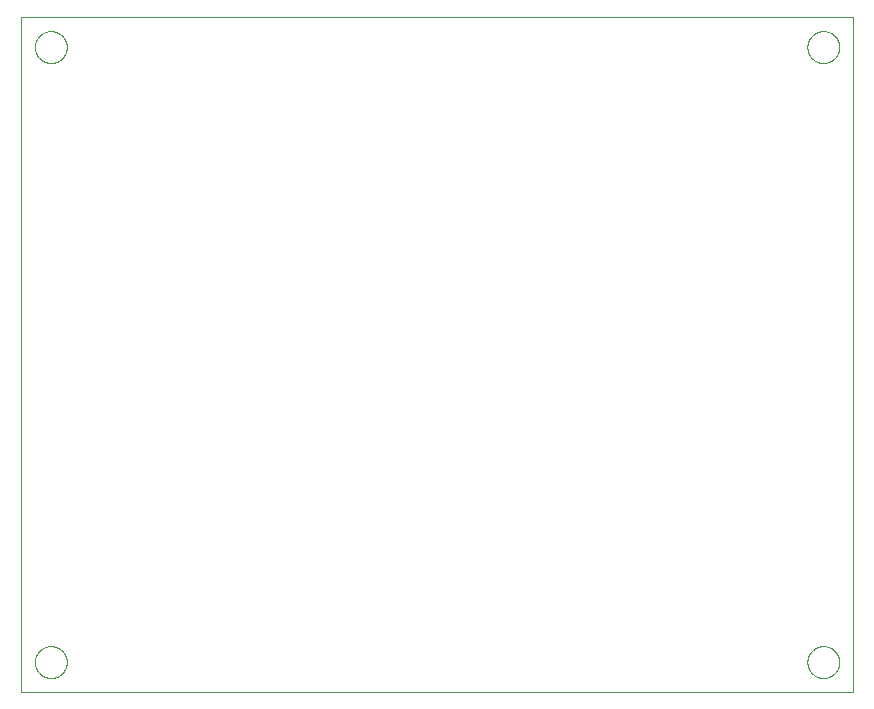
<source format=gbr>
G04 EAGLE Gerber RS-274X export*
G75*
%MOMM*%
%FSLAX34Y34*%
%LPD*%
%INProfile*%
%IPPOS*%
%AMOC8*
5,1,8,0,0,1.08239X$1,22.5*%
G01*
%ADD10C,0.000000*%


D10*
X0Y0D02*
X704850Y0D01*
X704850Y571500D01*
X0Y571500D01*
X0Y0D01*
X11900Y546100D02*
X11904Y546431D01*
X11916Y546762D01*
X11937Y547093D01*
X11965Y547423D01*
X12002Y547753D01*
X12046Y548081D01*
X12099Y548408D01*
X12159Y548734D01*
X12228Y549058D01*
X12305Y549380D01*
X12389Y549701D01*
X12481Y550019D01*
X12581Y550335D01*
X12689Y550648D01*
X12805Y550959D01*
X12928Y551266D01*
X13058Y551571D01*
X13196Y551872D01*
X13341Y552170D01*
X13494Y552464D01*
X13654Y552754D01*
X13821Y553040D01*
X13994Y553322D01*
X14175Y553600D01*
X14363Y553873D01*
X14557Y554142D01*
X14757Y554406D01*
X14964Y554664D01*
X15178Y554918D01*
X15397Y555166D01*
X15623Y555409D01*
X15854Y555646D01*
X16091Y555877D01*
X16334Y556103D01*
X16582Y556322D01*
X16836Y556536D01*
X17094Y556743D01*
X17358Y556943D01*
X17627Y557137D01*
X17900Y557325D01*
X18178Y557506D01*
X18460Y557679D01*
X18746Y557846D01*
X19036Y558006D01*
X19330Y558159D01*
X19628Y558304D01*
X19929Y558442D01*
X20234Y558572D01*
X20541Y558695D01*
X20852Y558811D01*
X21165Y558919D01*
X21481Y559019D01*
X21799Y559111D01*
X22120Y559195D01*
X22442Y559272D01*
X22766Y559341D01*
X23092Y559401D01*
X23419Y559454D01*
X23747Y559498D01*
X24077Y559535D01*
X24407Y559563D01*
X24738Y559584D01*
X25069Y559596D01*
X25400Y559600D01*
X25731Y559596D01*
X26062Y559584D01*
X26393Y559563D01*
X26723Y559535D01*
X27053Y559498D01*
X27381Y559454D01*
X27708Y559401D01*
X28034Y559341D01*
X28358Y559272D01*
X28680Y559195D01*
X29001Y559111D01*
X29319Y559019D01*
X29635Y558919D01*
X29948Y558811D01*
X30259Y558695D01*
X30566Y558572D01*
X30871Y558442D01*
X31172Y558304D01*
X31470Y558159D01*
X31764Y558006D01*
X32054Y557846D01*
X32340Y557679D01*
X32622Y557506D01*
X32900Y557325D01*
X33173Y557137D01*
X33442Y556943D01*
X33706Y556743D01*
X33964Y556536D01*
X34218Y556322D01*
X34466Y556103D01*
X34709Y555877D01*
X34946Y555646D01*
X35177Y555409D01*
X35403Y555166D01*
X35622Y554918D01*
X35836Y554664D01*
X36043Y554406D01*
X36243Y554142D01*
X36437Y553873D01*
X36625Y553600D01*
X36806Y553322D01*
X36979Y553040D01*
X37146Y552754D01*
X37306Y552464D01*
X37459Y552170D01*
X37604Y551872D01*
X37742Y551571D01*
X37872Y551266D01*
X37995Y550959D01*
X38111Y550648D01*
X38219Y550335D01*
X38319Y550019D01*
X38411Y549701D01*
X38495Y549380D01*
X38572Y549058D01*
X38641Y548734D01*
X38701Y548408D01*
X38754Y548081D01*
X38798Y547753D01*
X38835Y547423D01*
X38863Y547093D01*
X38884Y546762D01*
X38896Y546431D01*
X38900Y546100D01*
X38896Y545769D01*
X38884Y545438D01*
X38863Y545107D01*
X38835Y544777D01*
X38798Y544447D01*
X38754Y544119D01*
X38701Y543792D01*
X38641Y543466D01*
X38572Y543142D01*
X38495Y542820D01*
X38411Y542499D01*
X38319Y542181D01*
X38219Y541865D01*
X38111Y541552D01*
X37995Y541241D01*
X37872Y540934D01*
X37742Y540629D01*
X37604Y540328D01*
X37459Y540030D01*
X37306Y539736D01*
X37146Y539446D01*
X36979Y539160D01*
X36806Y538878D01*
X36625Y538600D01*
X36437Y538327D01*
X36243Y538058D01*
X36043Y537794D01*
X35836Y537536D01*
X35622Y537282D01*
X35403Y537034D01*
X35177Y536791D01*
X34946Y536554D01*
X34709Y536323D01*
X34466Y536097D01*
X34218Y535878D01*
X33964Y535664D01*
X33706Y535457D01*
X33442Y535257D01*
X33173Y535063D01*
X32900Y534875D01*
X32622Y534694D01*
X32340Y534521D01*
X32054Y534354D01*
X31764Y534194D01*
X31470Y534041D01*
X31172Y533896D01*
X30871Y533758D01*
X30566Y533628D01*
X30259Y533505D01*
X29948Y533389D01*
X29635Y533281D01*
X29319Y533181D01*
X29001Y533089D01*
X28680Y533005D01*
X28358Y532928D01*
X28034Y532859D01*
X27708Y532799D01*
X27381Y532746D01*
X27053Y532702D01*
X26723Y532665D01*
X26393Y532637D01*
X26062Y532616D01*
X25731Y532604D01*
X25400Y532600D01*
X25069Y532604D01*
X24738Y532616D01*
X24407Y532637D01*
X24077Y532665D01*
X23747Y532702D01*
X23419Y532746D01*
X23092Y532799D01*
X22766Y532859D01*
X22442Y532928D01*
X22120Y533005D01*
X21799Y533089D01*
X21481Y533181D01*
X21165Y533281D01*
X20852Y533389D01*
X20541Y533505D01*
X20234Y533628D01*
X19929Y533758D01*
X19628Y533896D01*
X19330Y534041D01*
X19036Y534194D01*
X18746Y534354D01*
X18460Y534521D01*
X18178Y534694D01*
X17900Y534875D01*
X17627Y535063D01*
X17358Y535257D01*
X17094Y535457D01*
X16836Y535664D01*
X16582Y535878D01*
X16334Y536097D01*
X16091Y536323D01*
X15854Y536554D01*
X15623Y536791D01*
X15397Y537034D01*
X15178Y537282D01*
X14964Y537536D01*
X14757Y537794D01*
X14557Y538058D01*
X14363Y538327D01*
X14175Y538600D01*
X13994Y538878D01*
X13821Y539160D01*
X13654Y539446D01*
X13494Y539736D01*
X13341Y540030D01*
X13196Y540328D01*
X13058Y540629D01*
X12928Y540934D01*
X12805Y541241D01*
X12689Y541552D01*
X12581Y541865D01*
X12481Y542181D01*
X12389Y542499D01*
X12305Y542820D01*
X12228Y543142D01*
X12159Y543466D01*
X12099Y543792D01*
X12046Y544119D01*
X12002Y544447D01*
X11965Y544777D01*
X11937Y545107D01*
X11916Y545438D01*
X11904Y545769D01*
X11900Y546100D01*
X665950Y546100D02*
X665954Y546431D01*
X665966Y546762D01*
X665987Y547093D01*
X666015Y547423D01*
X666052Y547753D01*
X666096Y548081D01*
X666149Y548408D01*
X666209Y548734D01*
X666278Y549058D01*
X666355Y549380D01*
X666439Y549701D01*
X666531Y550019D01*
X666631Y550335D01*
X666739Y550648D01*
X666855Y550959D01*
X666978Y551266D01*
X667108Y551571D01*
X667246Y551872D01*
X667391Y552170D01*
X667544Y552464D01*
X667704Y552754D01*
X667871Y553040D01*
X668044Y553322D01*
X668225Y553600D01*
X668413Y553873D01*
X668607Y554142D01*
X668807Y554406D01*
X669014Y554664D01*
X669228Y554918D01*
X669447Y555166D01*
X669673Y555409D01*
X669904Y555646D01*
X670141Y555877D01*
X670384Y556103D01*
X670632Y556322D01*
X670886Y556536D01*
X671144Y556743D01*
X671408Y556943D01*
X671677Y557137D01*
X671950Y557325D01*
X672228Y557506D01*
X672510Y557679D01*
X672796Y557846D01*
X673086Y558006D01*
X673380Y558159D01*
X673678Y558304D01*
X673979Y558442D01*
X674284Y558572D01*
X674591Y558695D01*
X674902Y558811D01*
X675215Y558919D01*
X675531Y559019D01*
X675849Y559111D01*
X676170Y559195D01*
X676492Y559272D01*
X676816Y559341D01*
X677142Y559401D01*
X677469Y559454D01*
X677797Y559498D01*
X678127Y559535D01*
X678457Y559563D01*
X678788Y559584D01*
X679119Y559596D01*
X679450Y559600D01*
X679781Y559596D01*
X680112Y559584D01*
X680443Y559563D01*
X680773Y559535D01*
X681103Y559498D01*
X681431Y559454D01*
X681758Y559401D01*
X682084Y559341D01*
X682408Y559272D01*
X682730Y559195D01*
X683051Y559111D01*
X683369Y559019D01*
X683685Y558919D01*
X683998Y558811D01*
X684309Y558695D01*
X684616Y558572D01*
X684921Y558442D01*
X685222Y558304D01*
X685520Y558159D01*
X685814Y558006D01*
X686104Y557846D01*
X686390Y557679D01*
X686672Y557506D01*
X686950Y557325D01*
X687223Y557137D01*
X687492Y556943D01*
X687756Y556743D01*
X688014Y556536D01*
X688268Y556322D01*
X688516Y556103D01*
X688759Y555877D01*
X688996Y555646D01*
X689227Y555409D01*
X689453Y555166D01*
X689672Y554918D01*
X689886Y554664D01*
X690093Y554406D01*
X690293Y554142D01*
X690487Y553873D01*
X690675Y553600D01*
X690856Y553322D01*
X691029Y553040D01*
X691196Y552754D01*
X691356Y552464D01*
X691509Y552170D01*
X691654Y551872D01*
X691792Y551571D01*
X691922Y551266D01*
X692045Y550959D01*
X692161Y550648D01*
X692269Y550335D01*
X692369Y550019D01*
X692461Y549701D01*
X692545Y549380D01*
X692622Y549058D01*
X692691Y548734D01*
X692751Y548408D01*
X692804Y548081D01*
X692848Y547753D01*
X692885Y547423D01*
X692913Y547093D01*
X692934Y546762D01*
X692946Y546431D01*
X692950Y546100D01*
X692946Y545769D01*
X692934Y545438D01*
X692913Y545107D01*
X692885Y544777D01*
X692848Y544447D01*
X692804Y544119D01*
X692751Y543792D01*
X692691Y543466D01*
X692622Y543142D01*
X692545Y542820D01*
X692461Y542499D01*
X692369Y542181D01*
X692269Y541865D01*
X692161Y541552D01*
X692045Y541241D01*
X691922Y540934D01*
X691792Y540629D01*
X691654Y540328D01*
X691509Y540030D01*
X691356Y539736D01*
X691196Y539446D01*
X691029Y539160D01*
X690856Y538878D01*
X690675Y538600D01*
X690487Y538327D01*
X690293Y538058D01*
X690093Y537794D01*
X689886Y537536D01*
X689672Y537282D01*
X689453Y537034D01*
X689227Y536791D01*
X688996Y536554D01*
X688759Y536323D01*
X688516Y536097D01*
X688268Y535878D01*
X688014Y535664D01*
X687756Y535457D01*
X687492Y535257D01*
X687223Y535063D01*
X686950Y534875D01*
X686672Y534694D01*
X686390Y534521D01*
X686104Y534354D01*
X685814Y534194D01*
X685520Y534041D01*
X685222Y533896D01*
X684921Y533758D01*
X684616Y533628D01*
X684309Y533505D01*
X683998Y533389D01*
X683685Y533281D01*
X683369Y533181D01*
X683051Y533089D01*
X682730Y533005D01*
X682408Y532928D01*
X682084Y532859D01*
X681758Y532799D01*
X681431Y532746D01*
X681103Y532702D01*
X680773Y532665D01*
X680443Y532637D01*
X680112Y532616D01*
X679781Y532604D01*
X679450Y532600D01*
X679119Y532604D01*
X678788Y532616D01*
X678457Y532637D01*
X678127Y532665D01*
X677797Y532702D01*
X677469Y532746D01*
X677142Y532799D01*
X676816Y532859D01*
X676492Y532928D01*
X676170Y533005D01*
X675849Y533089D01*
X675531Y533181D01*
X675215Y533281D01*
X674902Y533389D01*
X674591Y533505D01*
X674284Y533628D01*
X673979Y533758D01*
X673678Y533896D01*
X673380Y534041D01*
X673086Y534194D01*
X672796Y534354D01*
X672510Y534521D01*
X672228Y534694D01*
X671950Y534875D01*
X671677Y535063D01*
X671408Y535257D01*
X671144Y535457D01*
X670886Y535664D01*
X670632Y535878D01*
X670384Y536097D01*
X670141Y536323D01*
X669904Y536554D01*
X669673Y536791D01*
X669447Y537034D01*
X669228Y537282D01*
X669014Y537536D01*
X668807Y537794D01*
X668607Y538058D01*
X668413Y538327D01*
X668225Y538600D01*
X668044Y538878D01*
X667871Y539160D01*
X667704Y539446D01*
X667544Y539736D01*
X667391Y540030D01*
X667246Y540328D01*
X667108Y540629D01*
X666978Y540934D01*
X666855Y541241D01*
X666739Y541552D01*
X666631Y541865D01*
X666531Y542181D01*
X666439Y542499D01*
X666355Y542820D01*
X666278Y543142D01*
X666209Y543466D01*
X666149Y543792D01*
X666096Y544119D01*
X666052Y544447D01*
X666015Y544777D01*
X665987Y545107D01*
X665966Y545438D01*
X665954Y545769D01*
X665950Y546100D01*
X11900Y25400D02*
X11904Y25731D01*
X11916Y26062D01*
X11937Y26393D01*
X11965Y26723D01*
X12002Y27053D01*
X12046Y27381D01*
X12099Y27708D01*
X12159Y28034D01*
X12228Y28358D01*
X12305Y28680D01*
X12389Y29001D01*
X12481Y29319D01*
X12581Y29635D01*
X12689Y29948D01*
X12805Y30259D01*
X12928Y30566D01*
X13058Y30871D01*
X13196Y31172D01*
X13341Y31470D01*
X13494Y31764D01*
X13654Y32054D01*
X13821Y32340D01*
X13994Y32622D01*
X14175Y32900D01*
X14363Y33173D01*
X14557Y33442D01*
X14757Y33706D01*
X14964Y33964D01*
X15178Y34218D01*
X15397Y34466D01*
X15623Y34709D01*
X15854Y34946D01*
X16091Y35177D01*
X16334Y35403D01*
X16582Y35622D01*
X16836Y35836D01*
X17094Y36043D01*
X17358Y36243D01*
X17627Y36437D01*
X17900Y36625D01*
X18178Y36806D01*
X18460Y36979D01*
X18746Y37146D01*
X19036Y37306D01*
X19330Y37459D01*
X19628Y37604D01*
X19929Y37742D01*
X20234Y37872D01*
X20541Y37995D01*
X20852Y38111D01*
X21165Y38219D01*
X21481Y38319D01*
X21799Y38411D01*
X22120Y38495D01*
X22442Y38572D01*
X22766Y38641D01*
X23092Y38701D01*
X23419Y38754D01*
X23747Y38798D01*
X24077Y38835D01*
X24407Y38863D01*
X24738Y38884D01*
X25069Y38896D01*
X25400Y38900D01*
X25731Y38896D01*
X26062Y38884D01*
X26393Y38863D01*
X26723Y38835D01*
X27053Y38798D01*
X27381Y38754D01*
X27708Y38701D01*
X28034Y38641D01*
X28358Y38572D01*
X28680Y38495D01*
X29001Y38411D01*
X29319Y38319D01*
X29635Y38219D01*
X29948Y38111D01*
X30259Y37995D01*
X30566Y37872D01*
X30871Y37742D01*
X31172Y37604D01*
X31470Y37459D01*
X31764Y37306D01*
X32054Y37146D01*
X32340Y36979D01*
X32622Y36806D01*
X32900Y36625D01*
X33173Y36437D01*
X33442Y36243D01*
X33706Y36043D01*
X33964Y35836D01*
X34218Y35622D01*
X34466Y35403D01*
X34709Y35177D01*
X34946Y34946D01*
X35177Y34709D01*
X35403Y34466D01*
X35622Y34218D01*
X35836Y33964D01*
X36043Y33706D01*
X36243Y33442D01*
X36437Y33173D01*
X36625Y32900D01*
X36806Y32622D01*
X36979Y32340D01*
X37146Y32054D01*
X37306Y31764D01*
X37459Y31470D01*
X37604Y31172D01*
X37742Y30871D01*
X37872Y30566D01*
X37995Y30259D01*
X38111Y29948D01*
X38219Y29635D01*
X38319Y29319D01*
X38411Y29001D01*
X38495Y28680D01*
X38572Y28358D01*
X38641Y28034D01*
X38701Y27708D01*
X38754Y27381D01*
X38798Y27053D01*
X38835Y26723D01*
X38863Y26393D01*
X38884Y26062D01*
X38896Y25731D01*
X38900Y25400D01*
X38896Y25069D01*
X38884Y24738D01*
X38863Y24407D01*
X38835Y24077D01*
X38798Y23747D01*
X38754Y23419D01*
X38701Y23092D01*
X38641Y22766D01*
X38572Y22442D01*
X38495Y22120D01*
X38411Y21799D01*
X38319Y21481D01*
X38219Y21165D01*
X38111Y20852D01*
X37995Y20541D01*
X37872Y20234D01*
X37742Y19929D01*
X37604Y19628D01*
X37459Y19330D01*
X37306Y19036D01*
X37146Y18746D01*
X36979Y18460D01*
X36806Y18178D01*
X36625Y17900D01*
X36437Y17627D01*
X36243Y17358D01*
X36043Y17094D01*
X35836Y16836D01*
X35622Y16582D01*
X35403Y16334D01*
X35177Y16091D01*
X34946Y15854D01*
X34709Y15623D01*
X34466Y15397D01*
X34218Y15178D01*
X33964Y14964D01*
X33706Y14757D01*
X33442Y14557D01*
X33173Y14363D01*
X32900Y14175D01*
X32622Y13994D01*
X32340Y13821D01*
X32054Y13654D01*
X31764Y13494D01*
X31470Y13341D01*
X31172Y13196D01*
X30871Y13058D01*
X30566Y12928D01*
X30259Y12805D01*
X29948Y12689D01*
X29635Y12581D01*
X29319Y12481D01*
X29001Y12389D01*
X28680Y12305D01*
X28358Y12228D01*
X28034Y12159D01*
X27708Y12099D01*
X27381Y12046D01*
X27053Y12002D01*
X26723Y11965D01*
X26393Y11937D01*
X26062Y11916D01*
X25731Y11904D01*
X25400Y11900D01*
X25069Y11904D01*
X24738Y11916D01*
X24407Y11937D01*
X24077Y11965D01*
X23747Y12002D01*
X23419Y12046D01*
X23092Y12099D01*
X22766Y12159D01*
X22442Y12228D01*
X22120Y12305D01*
X21799Y12389D01*
X21481Y12481D01*
X21165Y12581D01*
X20852Y12689D01*
X20541Y12805D01*
X20234Y12928D01*
X19929Y13058D01*
X19628Y13196D01*
X19330Y13341D01*
X19036Y13494D01*
X18746Y13654D01*
X18460Y13821D01*
X18178Y13994D01*
X17900Y14175D01*
X17627Y14363D01*
X17358Y14557D01*
X17094Y14757D01*
X16836Y14964D01*
X16582Y15178D01*
X16334Y15397D01*
X16091Y15623D01*
X15854Y15854D01*
X15623Y16091D01*
X15397Y16334D01*
X15178Y16582D01*
X14964Y16836D01*
X14757Y17094D01*
X14557Y17358D01*
X14363Y17627D01*
X14175Y17900D01*
X13994Y18178D01*
X13821Y18460D01*
X13654Y18746D01*
X13494Y19036D01*
X13341Y19330D01*
X13196Y19628D01*
X13058Y19929D01*
X12928Y20234D01*
X12805Y20541D01*
X12689Y20852D01*
X12581Y21165D01*
X12481Y21481D01*
X12389Y21799D01*
X12305Y22120D01*
X12228Y22442D01*
X12159Y22766D01*
X12099Y23092D01*
X12046Y23419D01*
X12002Y23747D01*
X11965Y24077D01*
X11937Y24407D01*
X11916Y24738D01*
X11904Y25069D01*
X11900Y25400D01*
X665950Y25400D02*
X665954Y25731D01*
X665966Y26062D01*
X665987Y26393D01*
X666015Y26723D01*
X666052Y27053D01*
X666096Y27381D01*
X666149Y27708D01*
X666209Y28034D01*
X666278Y28358D01*
X666355Y28680D01*
X666439Y29001D01*
X666531Y29319D01*
X666631Y29635D01*
X666739Y29948D01*
X666855Y30259D01*
X666978Y30566D01*
X667108Y30871D01*
X667246Y31172D01*
X667391Y31470D01*
X667544Y31764D01*
X667704Y32054D01*
X667871Y32340D01*
X668044Y32622D01*
X668225Y32900D01*
X668413Y33173D01*
X668607Y33442D01*
X668807Y33706D01*
X669014Y33964D01*
X669228Y34218D01*
X669447Y34466D01*
X669673Y34709D01*
X669904Y34946D01*
X670141Y35177D01*
X670384Y35403D01*
X670632Y35622D01*
X670886Y35836D01*
X671144Y36043D01*
X671408Y36243D01*
X671677Y36437D01*
X671950Y36625D01*
X672228Y36806D01*
X672510Y36979D01*
X672796Y37146D01*
X673086Y37306D01*
X673380Y37459D01*
X673678Y37604D01*
X673979Y37742D01*
X674284Y37872D01*
X674591Y37995D01*
X674902Y38111D01*
X675215Y38219D01*
X675531Y38319D01*
X675849Y38411D01*
X676170Y38495D01*
X676492Y38572D01*
X676816Y38641D01*
X677142Y38701D01*
X677469Y38754D01*
X677797Y38798D01*
X678127Y38835D01*
X678457Y38863D01*
X678788Y38884D01*
X679119Y38896D01*
X679450Y38900D01*
X679781Y38896D01*
X680112Y38884D01*
X680443Y38863D01*
X680773Y38835D01*
X681103Y38798D01*
X681431Y38754D01*
X681758Y38701D01*
X682084Y38641D01*
X682408Y38572D01*
X682730Y38495D01*
X683051Y38411D01*
X683369Y38319D01*
X683685Y38219D01*
X683998Y38111D01*
X684309Y37995D01*
X684616Y37872D01*
X684921Y37742D01*
X685222Y37604D01*
X685520Y37459D01*
X685814Y37306D01*
X686104Y37146D01*
X686390Y36979D01*
X686672Y36806D01*
X686950Y36625D01*
X687223Y36437D01*
X687492Y36243D01*
X687756Y36043D01*
X688014Y35836D01*
X688268Y35622D01*
X688516Y35403D01*
X688759Y35177D01*
X688996Y34946D01*
X689227Y34709D01*
X689453Y34466D01*
X689672Y34218D01*
X689886Y33964D01*
X690093Y33706D01*
X690293Y33442D01*
X690487Y33173D01*
X690675Y32900D01*
X690856Y32622D01*
X691029Y32340D01*
X691196Y32054D01*
X691356Y31764D01*
X691509Y31470D01*
X691654Y31172D01*
X691792Y30871D01*
X691922Y30566D01*
X692045Y30259D01*
X692161Y29948D01*
X692269Y29635D01*
X692369Y29319D01*
X692461Y29001D01*
X692545Y28680D01*
X692622Y28358D01*
X692691Y28034D01*
X692751Y27708D01*
X692804Y27381D01*
X692848Y27053D01*
X692885Y26723D01*
X692913Y26393D01*
X692934Y26062D01*
X692946Y25731D01*
X692950Y25400D01*
X692946Y25069D01*
X692934Y24738D01*
X692913Y24407D01*
X692885Y24077D01*
X692848Y23747D01*
X692804Y23419D01*
X692751Y23092D01*
X692691Y22766D01*
X692622Y22442D01*
X692545Y22120D01*
X692461Y21799D01*
X692369Y21481D01*
X692269Y21165D01*
X692161Y20852D01*
X692045Y20541D01*
X691922Y20234D01*
X691792Y19929D01*
X691654Y19628D01*
X691509Y19330D01*
X691356Y19036D01*
X691196Y18746D01*
X691029Y18460D01*
X690856Y18178D01*
X690675Y17900D01*
X690487Y17627D01*
X690293Y17358D01*
X690093Y17094D01*
X689886Y16836D01*
X689672Y16582D01*
X689453Y16334D01*
X689227Y16091D01*
X688996Y15854D01*
X688759Y15623D01*
X688516Y15397D01*
X688268Y15178D01*
X688014Y14964D01*
X687756Y14757D01*
X687492Y14557D01*
X687223Y14363D01*
X686950Y14175D01*
X686672Y13994D01*
X686390Y13821D01*
X686104Y13654D01*
X685814Y13494D01*
X685520Y13341D01*
X685222Y13196D01*
X684921Y13058D01*
X684616Y12928D01*
X684309Y12805D01*
X683998Y12689D01*
X683685Y12581D01*
X683369Y12481D01*
X683051Y12389D01*
X682730Y12305D01*
X682408Y12228D01*
X682084Y12159D01*
X681758Y12099D01*
X681431Y12046D01*
X681103Y12002D01*
X680773Y11965D01*
X680443Y11937D01*
X680112Y11916D01*
X679781Y11904D01*
X679450Y11900D01*
X679119Y11904D01*
X678788Y11916D01*
X678457Y11937D01*
X678127Y11965D01*
X677797Y12002D01*
X677469Y12046D01*
X677142Y12099D01*
X676816Y12159D01*
X676492Y12228D01*
X676170Y12305D01*
X675849Y12389D01*
X675531Y12481D01*
X675215Y12581D01*
X674902Y12689D01*
X674591Y12805D01*
X674284Y12928D01*
X673979Y13058D01*
X673678Y13196D01*
X673380Y13341D01*
X673086Y13494D01*
X672796Y13654D01*
X672510Y13821D01*
X672228Y13994D01*
X671950Y14175D01*
X671677Y14363D01*
X671408Y14557D01*
X671144Y14757D01*
X670886Y14964D01*
X670632Y15178D01*
X670384Y15397D01*
X670141Y15623D01*
X669904Y15854D01*
X669673Y16091D01*
X669447Y16334D01*
X669228Y16582D01*
X669014Y16836D01*
X668807Y17094D01*
X668607Y17358D01*
X668413Y17627D01*
X668225Y17900D01*
X668044Y18178D01*
X667871Y18460D01*
X667704Y18746D01*
X667544Y19036D01*
X667391Y19330D01*
X667246Y19628D01*
X667108Y19929D01*
X666978Y20234D01*
X666855Y20541D01*
X666739Y20852D01*
X666631Y21165D01*
X666531Y21481D01*
X666439Y21799D01*
X666355Y22120D01*
X666278Y22442D01*
X666209Y22766D01*
X666149Y23092D01*
X666096Y23419D01*
X666052Y23747D01*
X666015Y24077D01*
X665987Y24407D01*
X665966Y24738D01*
X665954Y25069D01*
X665950Y25400D01*
M02*

</source>
